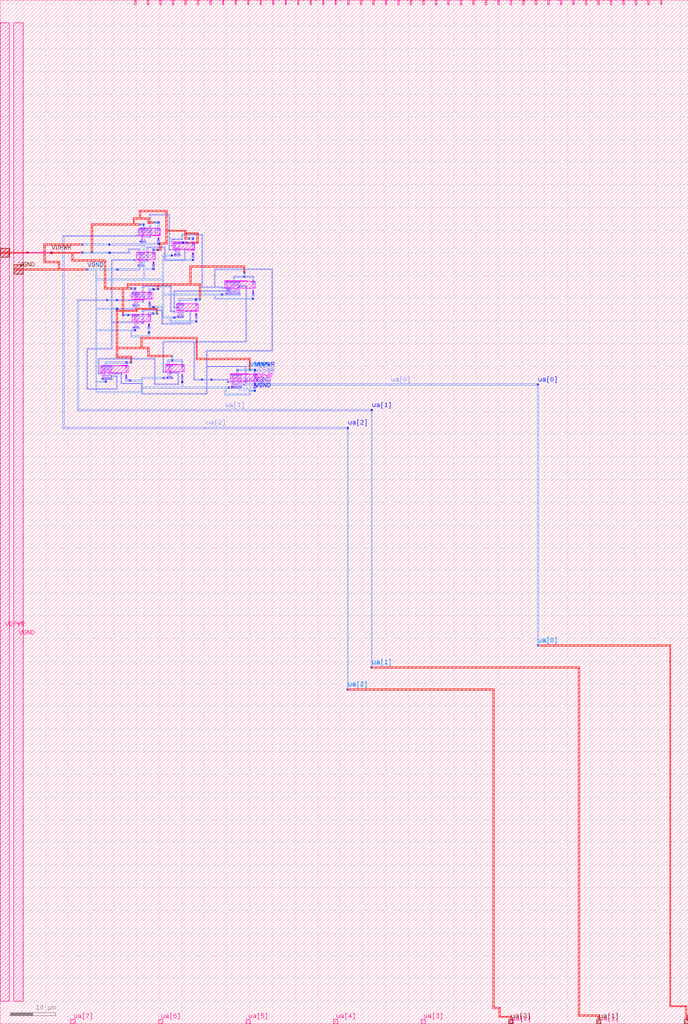
<source format=lef>
VERSION 5.7 ;
  NOWIREEXTENSIONATPIN ON ;
  DIVIDERCHAR "/" ;
  BUSBITCHARS "[]" ;
MACRO /home/sici/sky130_skel/tt_um_test_13
  CLASS BLOCK ;
  FOREIGN /home/sici/sky130_skel/tt_um_test_13 ;
  ORIGIN 0.000 0.000 ;
  SIZE 151.740 BY 225.760 ;
  PIN clk
    DIRECTION INPUT ;
    PORT
      LAYER met4 ;
        RECT 142.860 224.760 143.160 225.760 ;
    END
  END clk
  PIN ena
    DIRECTION INPUT ;
    PORT
      LAYER met4 ;
        RECT 145.620 224.760 145.920 225.760 ;
    END
  END ena
  PIN rst_n
    DIRECTION INPUT ;
    PORT
      LAYER met4 ;
        RECT 140.100 224.760 140.400 225.760 ;
    END
  END rst_n
  PIN ua[0]
    DIRECTION INOUT ;
    ANTENNADIFFAREA 0.445500 ;
    PORT
      LAYER li1 ;
        RECT 52.550 142.525 53.145 142.865 ;
        RECT 52.550 141.205 52.725 142.525 ;
        RECT 52.550 141.100 53.145 141.205 ;
        RECT 52.550 140.800 53.930 141.100 ;
        RECT 52.550 140.655 53.145 140.800 ;
      LAYER mcon ;
        RECT 53.660 140.830 53.900 141.070 ;
      LAYER met1 ;
        RECT 53.600 140.800 118.760 141.100 ;
      LAYER via ;
        RECT 118.430 140.800 118.730 141.100 ;
      LAYER met2 ;
        RECT 118.430 83.300 118.730 141.130 ;
        RECT 118.440 83.265 118.720 83.300 ;
      LAYER via2 ;
        RECT 118.440 83.310 118.720 83.590 ;
      LAYER met3 ;
        RECT 118.415 83.600 118.745 83.615 ;
        RECT 118.415 83.300 147.930 83.600 ;
        RECT 118.415 83.285 118.745 83.300 ;
        RECT 147.630 4.000 147.930 83.300 ;
        RECT 147.630 3.700 151.430 4.000 ;
        RECT 151.130 0.980 151.430 3.700 ;
        RECT 150.830 0.020 151.730 0.980 ;
      LAYER via3 ;
        RECT 150.830 0.050 151.730 0.950 ;
      LAYER met4 ;
        RECT 150.840 0.955 151.740 1.000 ;
        RECT 150.825 0.045 151.740 0.955 ;
        RECT 150.840 0.000 151.740 0.045 ;
    END
  END ua[0]
  PIN ua[1]
    DIRECTION INOUT ;
    ANTENNAGATEAREA 0.247500 ;
    PORT
      LAYER li1 ;
        RECT 29.550 159.700 29.880 159.715 ;
        RECT 28.380 159.500 29.880 159.700 ;
        RECT 29.550 159.475 29.880 159.500 ;
      LAYER mcon ;
        RECT 28.395 159.515 28.565 159.685 ;
      LAYER met1 ;
        RECT 23.500 159.700 23.760 159.760 ;
        RECT 16.980 159.500 23.760 159.700 ;
        RECT 16.980 135.500 17.280 159.500 ;
        RECT 23.500 159.440 23.760 159.500 ;
        RECT 25.600 159.700 25.860 159.760 ;
        RECT 28.335 159.700 28.625 159.715 ;
        RECT 25.600 159.500 28.625 159.700 ;
        RECT 25.600 159.440 25.860 159.500 ;
        RECT 28.335 159.485 28.625 159.500 ;
        RECT 16.980 135.200 82.110 135.500 ;
      LAYER via ;
        RECT 23.500 159.470 23.760 159.730 ;
        RECT 25.600 159.470 25.860 159.730 ;
        RECT 81.780 135.200 82.080 135.500 ;
      LAYER met2 ;
        RECT 23.470 159.700 23.790 159.730 ;
        RECT 25.570 159.700 25.890 159.730 ;
        RECT 23.470 159.500 25.890 159.700 ;
        RECT 23.470 159.470 23.790 159.500 ;
        RECT 25.570 159.470 25.890 159.500 ;
        RECT 81.780 78.450 82.080 135.530 ;
        RECT 81.790 78.415 82.070 78.450 ;
      LAYER via2 ;
        RECT 81.790 78.460 82.070 78.740 ;
      LAYER met3 ;
        RECT 81.765 78.750 82.095 78.765 ;
        RECT 81.765 78.450 127.780 78.750 ;
        RECT 81.765 78.435 82.095 78.450 ;
        RECT 127.480 1.950 127.780 78.450 ;
        RECT 127.480 1.650 132.130 1.950 ;
        RECT 131.830 0.980 132.130 1.650 ;
        RECT 131.530 0.020 132.430 0.980 ;
      LAYER via3 ;
        RECT 131.530 0.050 132.430 0.950 ;
      LAYER met4 ;
        RECT 131.520 0.955 132.420 1.000 ;
        RECT 131.520 0.045 132.435 0.955 ;
        RECT 131.520 0.000 132.420 0.045 ;
    END
  END ua[1]
  PIN ua[2]
    DIRECTION INOUT ;
    ANTENNAGATEAREA 0.247500 ;
    PORT
      LAYER li1 ;
        RECT 31.050 173.850 31.380 173.865 ;
        RECT 30.030 173.650 31.380 173.850 ;
        RECT 31.050 173.625 31.380 173.650 ;
      LAYER mcon ;
        RECT 30.045 173.665 30.215 173.835 ;
      LAYER met1 ;
        RECT 29.985 173.850 30.275 173.865 ;
        RECT 13.780 173.650 30.275 173.850 ;
        RECT 13.780 131.550 14.080 173.650 ;
        RECT 29.985 173.635 30.275 173.650 ;
        RECT 13.780 131.250 76.810 131.550 ;
      LAYER via ;
        RECT 76.480 131.250 76.780 131.550 ;
      LAYER met2 ;
        RECT 76.480 73.600 76.780 131.580 ;
        RECT 76.490 73.565 76.770 73.600 ;
      LAYER via2 ;
        RECT 76.490 73.610 76.770 73.890 ;
      LAYER met3 ;
        RECT 76.465 73.900 76.795 73.915 ;
        RECT 76.465 73.600 108.930 73.900 ;
        RECT 76.465 73.585 76.795 73.600 ;
        RECT 108.630 3.600 108.930 73.600 ;
        RECT 108.630 3.300 110.280 3.600 ;
        RECT 109.980 1.700 110.280 3.300 ;
        RECT 109.980 1.400 112.780 1.700 ;
        RECT 112.480 1.030 112.780 1.400 ;
        RECT 112.180 0.070 113.080 1.030 ;
      LAYER via3 ;
        RECT 112.180 0.100 113.080 1.000 ;
      LAYER met4 ;
        RECT 112.175 1.000 113.085 1.005 ;
        RECT 112.175 0.095 113.100 1.000 ;
        RECT 112.200 0.000 113.100 0.095 ;
    END
  END ua[2]
  PIN ua[3]
    DIRECTION INOUT ;
    PORT
      LAYER met4 ;
        RECT 92.880 0.000 93.780 1.000 ;
    END
  END ua[3]
  PIN ua[4]
    DIRECTION INOUT ;
    PORT
      LAYER met4 ;
        RECT 73.560 0.000 74.460 1.000 ;
    END
  END ua[4]
  PIN ua[5]
    DIRECTION INOUT ;
    PORT
      LAYER met4 ;
        RECT 54.240 0.000 55.140 1.000 ;
    END
  END ua[5]
  PIN ua[6]
    DIRECTION INOUT ;
    PORT
      LAYER met4 ;
        RECT 34.920 0.000 35.820 1.000 ;
    END
  END ua[6]
  PIN ua[7]
    DIRECTION INOUT ;
    PORT
      LAYER met4 ;
        RECT 15.600 0.000 16.500 1.000 ;
    END
  END ua[7]
  PIN ui_in[0]
    DIRECTION INPUT ;
    PORT
      LAYER met4 ;
        RECT 137.340 224.760 137.640 225.760 ;
    END
  END ui_in[0]
  PIN ui_in[1]
    DIRECTION INPUT ;
    PORT
      LAYER met4 ;
        RECT 134.580 224.760 134.880 225.760 ;
    END
  END ui_in[1]
  PIN ui_in[2]
    DIRECTION INPUT ;
    PORT
      LAYER met4 ;
        RECT 131.820 224.760 132.120 225.760 ;
    END
  END ui_in[2]
  PIN ui_in[3]
    DIRECTION INPUT ;
    PORT
      LAYER met4 ;
        RECT 129.060 224.760 129.360 225.760 ;
    END
  END ui_in[3]
  PIN ui_in[4]
    DIRECTION INPUT ;
    PORT
      LAYER met4 ;
        RECT 126.300 224.760 126.600 225.760 ;
    END
  END ui_in[4]
  PIN ui_in[5]
    DIRECTION INPUT ;
    PORT
      LAYER met4 ;
        RECT 123.540 224.760 123.840 225.760 ;
    END
  END ui_in[5]
  PIN ui_in[6]
    DIRECTION INPUT ;
    PORT
      LAYER met4 ;
        RECT 120.780 224.760 121.080 225.760 ;
    END
  END ui_in[6]
  PIN ui_in[7]
    DIRECTION INPUT ;
    PORT
      LAYER met4 ;
        RECT 118.020 224.760 118.320 225.760 ;
    END
  END ui_in[7]
  PIN uio_in[0]
    DIRECTION INPUT ;
    PORT
      LAYER met4 ;
        RECT 115.260 224.760 115.560 225.760 ;
    END
  END uio_in[0]
  PIN uio_in[1]
    DIRECTION INPUT ;
    PORT
      LAYER met4 ;
        RECT 112.500 224.760 112.800 225.760 ;
    END
  END uio_in[1]
  PIN uio_in[2]
    DIRECTION INPUT ;
    PORT
      LAYER met4 ;
        RECT 109.740 224.760 110.040 225.760 ;
    END
  END uio_in[2]
  PIN uio_in[3]
    DIRECTION INPUT ;
    PORT
      LAYER met4 ;
        RECT 106.980 224.760 107.280 225.760 ;
    END
  END uio_in[3]
  PIN uio_in[4]
    DIRECTION INPUT ;
    PORT
      LAYER met4 ;
        RECT 104.220 224.760 104.520 225.760 ;
    END
  END uio_in[4]
  PIN uio_in[5]
    DIRECTION INPUT ;
    PORT
      LAYER met4 ;
        RECT 101.460 224.760 101.760 225.760 ;
    END
  END uio_in[5]
  PIN uio_in[6]
    DIRECTION INPUT ;
    PORT
      LAYER met4 ;
        RECT 98.700 224.760 99.000 225.760 ;
    END
  END uio_in[6]
  PIN uio_in[7]
    DIRECTION INPUT ;
    PORT
      LAYER met4 ;
        RECT 95.940 224.760 96.240 225.760 ;
    END
  END uio_in[7]
  PIN uio_oe[0]
    DIRECTION OUTPUT TRISTATE ;
    PORT
      LAYER met4 ;
        RECT 49.020 224.760 49.320 225.760 ;
    END
  END uio_oe[0]
  PIN uio_oe[1]
    DIRECTION OUTPUT TRISTATE ;
    PORT
      LAYER met4 ;
        RECT 46.260 224.760 46.560 225.760 ;
    END
  END uio_oe[1]
  PIN uio_oe[2]
    DIRECTION OUTPUT TRISTATE ;
    PORT
      LAYER met4 ;
        RECT 43.500 224.760 43.800 225.760 ;
    END
  END uio_oe[2]
  PIN uio_oe[3]
    DIRECTION OUTPUT TRISTATE ;
    PORT
      LAYER met4 ;
        RECT 40.740 224.760 41.040 225.760 ;
    END
  END uio_oe[3]
  PIN uio_oe[4]
    DIRECTION OUTPUT TRISTATE ;
    PORT
      LAYER met4 ;
        RECT 37.980 224.760 38.280 225.760 ;
    END
  END uio_oe[4]
  PIN uio_oe[5]
    DIRECTION OUTPUT TRISTATE ;
    PORT
      LAYER met4 ;
        RECT 35.220 224.760 35.520 225.760 ;
    END
  END uio_oe[5]
  PIN uio_oe[6]
    DIRECTION OUTPUT TRISTATE ;
    PORT
      LAYER met4 ;
        RECT 32.460 224.760 32.760 225.760 ;
    END
  END uio_oe[6]
  PIN uio_oe[7]
    DIRECTION OUTPUT TRISTATE ;
    PORT
      LAYER met4 ;
        RECT 29.700 224.760 30.000 225.760 ;
    END
  END uio_oe[7]
  PIN uio_out[0]
    DIRECTION OUTPUT TRISTATE ;
    PORT
      LAYER met4 ;
        RECT 71.100 224.760 71.400 225.760 ;
    END
  END uio_out[0]
  PIN uio_out[1]
    DIRECTION OUTPUT TRISTATE ;
    PORT
      LAYER met4 ;
        RECT 68.340 224.760 68.640 225.760 ;
    END
  END uio_out[1]
  PIN uio_out[2]
    DIRECTION OUTPUT TRISTATE ;
    PORT
      LAYER met4 ;
        RECT 65.580 224.760 65.880 225.760 ;
    END
  END uio_out[2]
  PIN uio_out[3]
    DIRECTION OUTPUT TRISTATE ;
    PORT
      LAYER met4 ;
        RECT 62.820 224.760 63.120 225.760 ;
    END
  END uio_out[3]
  PIN uio_out[4]
    DIRECTION OUTPUT TRISTATE ;
    PORT
      LAYER met4 ;
        RECT 60.060 224.760 60.360 225.760 ;
    END
  END uio_out[4]
  PIN uio_out[5]
    DIRECTION OUTPUT TRISTATE ;
    PORT
      LAYER met4 ;
        RECT 57.300 224.760 57.600 225.760 ;
    END
  END uio_out[5]
  PIN uio_out[6]
    DIRECTION OUTPUT TRISTATE ;
    PORT
      LAYER met4 ;
        RECT 54.540 224.760 54.840 225.760 ;
    END
  END uio_out[6]
  PIN uio_out[7]
    DIRECTION OUTPUT TRISTATE ;
    PORT
      LAYER met4 ;
        RECT 51.780 224.760 52.080 225.760 ;
    END
  END uio_out[7]
  PIN uo_out[0]
    DIRECTION OUTPUT TRISTATE ;
    PORT
      LAYER met4 ;
        RECT 93.180 224.760 93.480 225.760 ;
    END
  END uo_out[0]
  PIN uo_out[1]
    DIRECTION OUTPUT TRISTATE ;
    PORT
      LAYER met4 ;
        RECT 90.420 224.760 90.720 225.760 ;
    END
  END uo_out[1]
  PIN uo_out[2]
    DIRECTION OUTPUT TRISTATE ;
    PORT
      LAYER met4 ;
        RECT 87.660 224.760 87.960 225.760 ;
    END
  END uo_out[2]
  PIN uo_out[3]
    DIRECTION OUTPUT TRISTATE ;
    PORT
      LAYER met4 ;
        RECT 84.900 224.760 85.200 225.760 ;
    END
  END uo_out[3]
  PIN uo_out[4]
    DIRECTION OUTPUT TRISTATE ;
    PORT
      LAYER met4 ;
        RECT 82.140 224.760 82.440 225.760 ;
    END
  END uo_out[4]
  PIN uo_out[5]
    DIRECTION OUTPUT TRISTATE ;
    PORT
      LAYER met4 ;
        RECT 79.380 224.760 79.680 225.760 ;
    END
  END uo_out[5]
  PIN uo_out[6]
    DIRECTION OUTPUT TRISTATE ;
    PORT
      LAYER met4 ;
        RECT 76.620 224.760 76.920 225.760 ;
    END
  END uo_out[6]
  PIN uo_out[7]
    DIRECTION OUTPUT TRISTATE ;
    PORT
      LAYER met4 ;
        RECT 73.860 224.760 74.160 225.760 ;
    END
  END uo_out[7]
  PIN VDPWR
    DIRECTION INOUT ;
    USE POWER ;
    PORT
      LAYER nwell ;
        RECT 30.540 175.450 33.580 175.460 ;
        RECT 30.540 173.855 35.320 175.450 ;
        RECT 33.560 173.845 35.320 173.855 ;
        RECT 38.140 172.160 41.180 172.460 ;
        RECT 38.140 170.855 42.930 172.160 ;
        RECT 41.160 170.555 42.930 170.855 ;
        RECT 30.090 170.150 32.680 170.160 ;
        RECT 30.090 168.555 34.220 170.150 ;
        RECT 32.660 168.545 34.220 168.555 ;
        RECT 49.530 163.800 54.430 163.850 ;
        RECT 49.530 162.245 56.220 163.800 ;
        RECT 54.360 162.195 56.220 162.245 ;
        RECT 31.660 161.310 33.370 161.350 ;
        RECT 29.040 159.745 33.370 161.310 ;
        RECT 29.040 159.705 31.780 159.745 ;
        RECT 38.890 158.800 41.930 158.810 ;
        RECT 38.890 157.205 43.620 158.800 ;
        RECT 41.910 157.195 43.620 157.205 ;
        RECT 29.080 154.845 33.220 156.450 ;
        RECT 36.480 145.350 39.080 145.400 ;
        RECT 26.560 145.160 28.220 145.200 ;
        RECT 22.190 143.595 28.220 145.160 ;
        RECT 36.480 143.795 40.570 145.350 ;
        RECT 38.910 143.745 40.570 143.795 ;
        RECT 22.190 143.555 26.580 143.595 ;
        RECT 50.740 143.300 54.830 143.310 ;
        RECT 50.740 141.705 56.570 143.300 ;
        RECT 54.810 141.695 56.570 141.705 ;
      LAYER li1 ;
        RECT 30.730 175.185 32.110 175.355 ;
        RECT 31.070 174.045 31.280 175.185 ;
        RECT 34.670 175.175 35.130 175.345 ;
        RECT 34.755 174.010 35.045 175.175 ;
        RECT 38.330 172.185 39.710 172.355 ;
        RECT 39.285 171.045 39.615 172.185 ;
        RECT 42.280 171.885 42.740 172.055 ;
        RECT 42.365 170.720 42.655 171.885 ;
        RECT 30.280 169.885 31.660 170.055 ;
        RECT 30.620 168.745 30.830 169.885 ;
        RECT 33.570 169.875 34.030 170.045 ;
        RECT 33.655 168.710 33.945 169.875 ;
        RECT 49.720 163.575 52.940 163.745 ;
        RECT 50.775 162.725 50.945 163.575 ;
        RECT 51.615 163.065 51.785 163.575 ;
        RECT 55.570 163.525 56.030 163.695 ;
        RECT 55.655 162.360 55.945 163.525 ;
        RECT 29.230 161.035 30.610 161.205 ;
        RECT 32.720 161.075 33.180 161.245 ;
        RECT 29.570 159.895 29.780 161.035 ;
        RECT 32.805 159.910 33.095 161.075 ;
        RECT 39.080 158.535 40.460 158.705 ;
        RECT 40.035 157.395 40.365 158.535 ;
        RECT 42.970 158.525 43.430 158.695 ;
        RECT 43.055 157.360 43.345 158.525 ;
        RECT 29.270 156.175 30.650 156.345 ;
        RECT 32.570 156.175 33.030 156.345 ;
        RECT 29.610 155.035 29.820 156.175 ;
        RECT 32.655 155.010 32.945 156.175 ;
        RECT 36.670 145.125 38.050 145.295 ;
        RECT 22.380 144.885 24.680 145.055 ;
        RECT 27.570 144.925 28.030 145.095 ;
        RECT 22.895 144.485 23.830 144.885 ;
        RECT 27.655 143.760 27.945 144.925 ;
        RECT 37.010 143.985 37.220 145.125 ;
        RECT 39.920 145.075 40.380 145.245 ;
        RECT 40.005 143.910 40.295 145.075 ;
        RECT 50.930 143.035 53.230 143.205 ;
        RECT 51.445 142.635 52.380 143.035 ;
        RECT 55.920 143.025 56.380 143.195 ;
        RECT 56.005 141.860 56.295 143.025 ;
      LAYER mcon ;
        RECT 30.875 175.185 31.045 175.355 ;
        RECT 31.335 175.185 31.505 175.355 ;
        RECT 31.795 175.185 31.965 175.355 ;
        RECT 34.815 175.175 34.985 175.345 ;
        RECT 38.475 172.185 38.645 172.355 ;
        RECT 38.935 172.185 39.105 172.355 ;
        RECT 39.395 172.185 39.565 172.355 ;
        RECT 42.425 171.885 42.595 172.055 ;
        RECT 30.425 169.885 30.595 170.055 ;
        RECT 30.885 169.885 31.055 170.055 ;
        RECT 31.345 169.885 31.515 170.055 ;
        RECT 33.715 169.875 33.885 170.045 ;
        RECT 49.865 163.575 50.035 163.745 ;
        RECT 50.325 163.575 50.495 163.745 ;
        RECT 50.785 163.575 50.955 163.745 ;
        RECT 51.245 163.575 51.415 163.745 ;
        RECT 51.705 163.575 51.875 163.745 ;
        RECT 52.165 163.575 52.335 163.745 ;
        RECT 52.625 163.575 52.795 163.745 ;
        RECT 55.715 163.525 55.885 163.695 ;
        RECT 29.375 161.035 29.545 161.205 ;
        RECT 29.835 161.035 30.005 161.205 ;
        RECT 30.295 161.035 30.465 161.205 ;
        RECT 32.865 161.075 33.035 161.245 ;
        RECT 39.225 158.535 39.395 158.705 ;
        RECT 39.685 158.535 39.855 158.705 ;
        RECT 40.145 158.535 40.315 158.705 ;
        RECT 43.115 158.525 43.285 158.695 ;
        RECT 29.415 156.175 29.585 156.345 ;
        RECT 29.875 156.175 30.045 156.345 ;
        RECT 30.335 156.175 30.505 156.345 ;
        RECT 32.715 156.175 32.885 156.345 ;
        RECT 36.815 145.125 36.985 145.295 ;
        RECT 37.275 145.125 37.445 145.295 ;
        RECT 37.735 145.125 37.905 145.295 ;
        RECT 22.525 144.885 22.695 145.055 ;
        RECT 22.985 144.885 23.155 145.055 ;
        RECT 23.445 144.885 23.615 145.055 ;
        RECT 23.905 144.885 24.075 145.055 ;
        RECT 24.365 144.885 24.535 145.055 ;
        RECT 27.715 144.925 27.885 145.095 ;
        RECT 40.065 145.075 40.235 145.245 ;
        RECT 51.075 143.035 51.245 143.205 ;
        RECT 51.535 143.035 51.705 143.205 ;
        RECT 51.995 143.035 52.165 143.205 ;
        RECT 52.455 143.035 52.625 143.205 ;
        RECT 52.915 143.035 53.085 143.205 ;
        RECT 56.065 143.025 56.235 143.195 ;
      LAYER met1 ;
        RECT 31.490 176.395 31.780 176.430 ;
        RECT 31.490 176.070 31.795 176.395 ;
        RECT 31.505 175.510 31.795 176.070 ;
        RECT 30.730 175.030 32.110 175.510 ;
        RECT 34.730 175.500 35.030 176.880 ;
        RECT 34.670 175.020 35.130 175.500 ;
        RECT 42.380 173.300 42.680 173.330 ;
        RECT 42.375 172.970 42.680 173.300 ;
        RECT 38.330 172.400 39.710 172.510 ;
        RECT 40.130 172.400 40.430 172.430 ;
        RECT 38.330 172.100 40.430 172.400 ;
        RECT 42.375 172.210 42.675 172.970 ;
        RECT 38.330 172.030 39.710 172.100 ;
        RECT 40.130 172.070 40.430 172.100 ;
        RECT 42.280 171.730 42.740 172.210 ;
        RECT 28.235 170.655 30.885 170.945 ;
        RECT 23.940 170.195 24.230 170.230 ;
        RECT 28.235 170.195 28.525 170.655 ;
        RECT 30.595 170.210 30.885 170.655 ;
        RECT 23.935 169.905 28.525 170.195 ;
        RECT 23.940 169.870 24.230 169.905 ;
        RECT 30.280 169.730 31.660 170.210 ;
        RECT 33.630 170.200 33.925 170.880 ;
        RECT 33.570 169.720 34.030 170.200 ;
        RECT 54.780 164.895 55.930 164.900 ;
        RECT 51.415 164.605 55.930 164.895 ;
        RECT 51.415 163.900 51.705 164.605 ;
        RECT 53.650 164.600 54.010 164.605 ;
        RECT 54.780 164.595 55.930 164.605 ;
        RECT 49.720 163.420 52.940 163.900 ;
        RECT 55.625 163.850 55.930 164.595 ;
        RECT 55.570 163.370 56.030 163.850 ;
        RECT 29.540 162.345 29.830 162.380 ;
        RECT 29.540 162.020 29.835 162.345 ;
        RECT 33.630 162.145 33.925 162.180 ;
        RECT 29.545 161.360 29.835 162.020 ;
        RECT 32.780 161.850 33.925 162.145 ;
        RECT 32.780 161.400 33.075 161.850 ;
        RECT 33.630 161.820 33.925 161.850 ;
        RECT 29.230 160.880 30.610 161.360 ;
        RECT 32.720 160.920 33.180 161.400 ;
        RECT 43.030 159.900 43.330 159.930 ;
        RECT 39.530 159.895 43.330 159.900 ;
        RECT 39.395 159.600 43.330 159.895 ;
        RECT 39.395 158.860 39.685 159.600 ;
        RECT 39.080 158.380 40.460 158.860 ;
        RECT 43.030 158.850 43.330 159.600 ;
        RECT 42.970 158.370 43.430 158.850 ;
        RECT 33.530 156.800 33.830 156.830 ;
        RECT 28.090 156.500 28.380 156.530 ;
        RECT 32.680 156.500 33.830 156.800 ;
        RECT 28.085 156.210 30.650 156.500 ;
        RECT 28.090 156.170 28.380 156.210 ;
        RECT 29.270 156.020 30.650 156.210 ;
        RECT 32.570 156.020 33.030 156.500 ;
        RECT 33.530 156.470 33.830 156.500 ;
        RECT 37.750 146.400 38.115 146.405 ;
        RECT 37.030 146.395 40.280 146.400 ;
        RECT 36.985 146.095 40.280 146.395 ;
        RECT 27.680 146.000 27.985 146.035 ;
        RECT 27.675 145.995 27.985 146.000 ;
        RECT 23.155 145.705 27.985 145.995 ;
        RECT 23.155 145.210 23.445 145.705 ;
        RECT 27.675 145.670 27.985 145.705 ;
        RECT 27.675 145.250 27.980 145.670 ;
        RECT 36.985 145.450 37.275 146.095 ;
        RECT 22.380 144.730 24.680 145.210 ;
        RECT 27.570 144.770 28.030 145.250 ;
        RECT 36.670 144.970 38.050 145.450 ;
        RECT 39.975 145.400 40.280 146.095 ;
        RECT 39.920 144.920 40.380 145.400 ;
        RECT 52.180 144.345 52.470 144.380 ;
        RECT 52.165 144.020 52.470 144.345 ;
        RECT 52.165 143.360 52.455 144.020 ;
        RECT 50.930 142.880 53.230 143.360 ;
        RECT 55.980 143.350 56.280 144.380 ;
        RECT 55.920 142.870 56.380 143.350 ;
      LAYER via ;
        RECT 34.730 176.550 35.030 176.850 ;
        RECT 31.490 176.100 31.780 176.400 ;
        RECT 42.380 173.000 42.680 173.300 ;
        RECT 40.130 172.100 40.430 172.400 ;
        RECT 23.940 169.900 24.230 170.200 ;
        RECT 33.630 170.550 33.925 170.850 ;
        RECT 53.680 164.600 53.980 164.890 ;
        RECT 29.540 162.050 29.830 162.350 ;
        RECT 33.630 161.850 33.925 162.150 ;
        RECT 43.030 159.600 43.330 159.900 ;
        RECT 33.530 156.500 33.830 156.800 ;
        RECT 28.090 156.200 28.380 156.500 ;
        RECT 37.780 146.100 38.085 146.405 ;
        RECT 27.680 145.700 27.985 146.005 ;
        RECT 52.180 144.050 52.470 144.350 ;
        RECT 55.980 144.050 56.280 144.350 ;
      LAYER met2 ;
        RECT 34.090 176.850 34.370 176.885 ;
        RECT 34.080 176.550 35.060 176.850 ;
        RECT 34.090 176.515 34.370 176.550 ;
        RECT 30.790 176.400 31.070 176.435 ;
        RECT 30.780 176.100 31.810 176.400 ;
        RECT 30.790 176.065 31.070 176.100 ;
        RECT 41.540 173.300 41.820 173.335 ;
        RECT 41.530 173.000 42.710 173.300 ;
        RECT 41.540 172.965 41.820 173.000 ;
        RECT 41.040 172.400 41.320 172.435 ;
        RECT 40.100 172.100 41.320 172.400 ;
        RECT 41.040 172.065 41.320 172.100 ;
        RECT 34.590 170.850 34.870 170.885 ;
        RECT 33.600 170.550 34.880 170.850 ;
        RECT 34.590 170.515 34.870 170.550 ;
        RECT 17.990 170.200 18.270 170.235 ;
        RECT 17.980 169.900 24.260 170.200 ;
        RECT 17.990 169.865 18.270 169.900 ;
        RECT 53.680 165.790 53.980 165.800 ;
        RECT 53.645 165.510 54.015 165.790 ;
        RECT 53.680 164.570 53.980 165.510 ;
        RECT 28.790 162.350 29.070 162.385 ;
        RECT 28.780 162.050 29.860 162.350 ;
        RECT 33.600 162.140 34.980 162.150 ;
        RECT 28.790 162.015 29.070 162.050 ;
        RECT 33.600 161.860 35.015 162.140 ;
        RECT 33.600 161.850 34.980 161.860 ;
        RECT 43.000 159.890 44.230 159.900 ;
        RECT 43.000 159.610 44.265 159.890 ;
        RECT 43.000 159.600 44.230 159.610 ;
        RECT 33.500 156.790 34.680 156.800 ;
        RECT 33.500 156.510 34.715 156.790 ;
        RECT 33.500 156.500 34.680 156.510 ;
        RECT 26.930 156.490 28.410 156.500 ;
        RECT 26.895 156.210 28.410 156.490 ;
        RECT 26.930 156.200 28.410 156.210 ;
        RECT 37.790 147.400 38.070 147.435 ;
        RECT 37.780 146.435 38.080 147.400 ;
        RECT 37.780 146.070 38.085 146.435 ;
        RECT 27.650 146.000 28.015 146.005 ;
        RECT 27.650 145.990 29.030 146.000 ;
        RECT 27.650 145.710 29.065 145.990 ;
        RECT 27.650 145.700 29.030 145.710 ;
        RECT 52.150 144.050 56.310 144.350 ;
      LAYER via2 ;
        RECT 34.090 176.560 34.370 176.840 ;
        RECT 30.790 176.110 31.070 176.390 ;
        RECT 41.540 173.010 41.820 173.290 ;
        RECT 41.040 172.110 41.320 172.390 ;
        RECT 34.590 170.560 34.870 170.840 ;
        RECT 17.990 169.910 18.270 170.190 ;
        RECT 20.090 169.910 20.370 170.190 ;
        RECT 53.690 165.510 53.970 165.790 ;
        RECT 28.790 162.060 29.070 162.340 ;
        RECT 34.690 161.860 34.970 162.140 ;
        RECT 43.940 159.610 44.220 159.890 ;
        RECT 34.390 156.510 34.670 156.790 ;
        RECT 26.940 156.210 27.220 156.490 ;
        RECT 37.790 147.110 38.070 147.390 ;
        RECT 28.740 145.710 29.020 145.990 ;
        RECT 54.890 144.060 55.170 144.340 ;
      LAYER met3 ;
        RECT 30.680 179.100 36.780 179.400 ;
        RECT 30.680 177.750 30.980 179.100 ;
        RECT 29.280 177.450 32.880 177.750 ;
        RECT 29.280 176.400 29.580 177.450 ;
        RECT 32.580 176.850 32.880 177.450 ;
        RECT 34.065 176.850 34.395 176.865 ;
        RECT 32.580 176.550 34.395 176.850 ;
        RECT 34.065 176.535 34.395 176.550 ;
        RECT 30.765 176.400 31.095 176.415 ;
        RECT 20.080 176.100 31.095 176.400 ;
        RECT 0.000 170.200 2.060 171.050 ;
        RECT 5.840 170.200 6.220 170.210 ;
        RECT 0.000 169.900 6.220 170.200 ;
        RECT 0.000 169.050 2.060 169.900 ;
        RECT 5.840 169.890 6.220 169.900 ;
        RECT 11.120 170.200 11.440 170.240 ;
        RECT 20.080 170.215 20.380 176.100 ;
        RECT 30.765 176.085 31.095 176.100 ;
        RECT 36.480 175.050 36.780 179.100 ;
        RECT 36.480 174.750 40.980 175.050 ;
        RECT 36.480 172.200 36.780 174.750 ;
        RECT 40.680 174.500 40.980 174.750 ;
        RECT 40.680 174.200 43.630 174.500 ;
        RECT 40.680 173.300 40.980 174.200 ;
        RECT 41.515 173.300 41.845 173.315 ;
        RECT 40.680 173.000 41.845 173.300 ;
        RECT 41.515 172.985 41.845 173.000 ;
        RECT 35.230 171.900 36.780 172.200 ;
        RECT 41.015 172.400 41.345 172.415 ;
        RECT 43.330 172.400 43.630 174.200 ;
        RECT 41.015 172.100 43.630 172.400 ;
        RECT 41.015 172.085 41.345 172.100 ;
        RECT 34.565 170.850 34.895 170.865 ;
        RECT 35.230 170.850 35.530 171.900 ;
        RECT 34.565 170.550 35.530 170.850 ;
        RECT 34.565 170.535 34.895 170.550 ;
        RECT 17.965 170.200 18.295 170.215 ;
        RECT 11.120 169.900 18.295 170.200 ;
        RECT 11.120 169.860 11.440 169.900 ;
        RECT 15.780 168.500 16.080 169.900 ;
        RECT 17.965 169.885 18.295 169.900 ;
        RECT 20.065 169.885 20.395 170.215 ;
        RECT 15.780 168.200 23.230 168.500 ;
        RECT 22.930 162.350 23.230 168.200 ;
        RECT 41.780 166.850 53.980 167.150 ;
        RECT 41.780 163.200 42.080 166.850 ;
        RECT 53.680 165.815 53.980 166.850 ;
        RECT 53.665 165.485 53.995 165.815 ;
        RECT 27.980 162.900 44.230 163.200 ;
        RECT 27.980 162.350 28.280 162.900 ;
        RECT 28.765 162.350 29.095 162.365 ;
        RECT 22.930 162.050 29.095 162.350 ;
        RECT 34.680 162.165 34.980 162.900 ;
        RECT 26.930 157.400 27.230 162.050 ;
        RECT 28.765 162.035 29.095 162.050 ;
        RECT 34.665 161.835 34.995 162.165 ;
        RECT 43.930 159.915 44.230 162.900 ;
        RECT 43.915 159.585 44.245 159.915 ;
        RECT 29.930 157.550 34.680 157.850 ;
        RECT 29.930 157.400 30.230 157.550 ;
        RECT 25.580 157.100 30.230 157.400 ;
        RECT 25.580 149.150 25.880 157.100 ;
        RECT 26.930 156.515 27.230 157.100 ;
        RECT 34.380 156.815 34.680 157.550 ;
        RECT 26.915 156.185 27.245 156.515 ;
        RECT 34.365 156.485 34.695 156.815 ;
        RECT 30.980 151.100 43.480 151.400 ;
        RECT 30.980 149.150 31.280 151.100 ;
        RECT 25.580 148.850 32.830 149.150 ;
        RECT 25.580 147.200 25.880 148.850 ;
        RECT 32.530 147.400 32.830 148.850 ;
        RECT 37.765 147.400 38.095 147.415 ;
        RECT 25.580 146.900 29.030 147.200 ;
        RECT 32.530 147.100 38.095 147.400 ;
        RECT 37.765 147.085 38.095 147.100 ;
        RECT 28.730 146.015 29.030 146.900 ;
        RECT 43.180 146.750 43.480 151.100 ;
        RECT 43.180 146.450 55.180 146.750 ;
        RECT 28.715 145.685 29.045 146.015 ;
        RECT 54.880 144.365 55.180 146.450 ;
        RECT 54.865 144.035 55.195 144.365 ;
      LAYER via3 ;
        RECT 0.030 169.050 2.030 171.050 ;
        RECT 5.870 169.890 6.190 170.210 ;
        RECT 11.120 169.890 11.440 170.210 ;
      LAYER met4 ;
        RECT 0.030 171.055 2.030 220.760 ;
        RECT 0.025 169.045 2.035 171.055 ;
        RECT 5.865 170.200 6.195 170.215 ;
        RECT 11.115 170.200 11.445 170.215 ;
        RECT 5.865 169.900 11.445 170.200 ;
        RECT 5.865 169.885 6.195 169.900 ;
        RECT 11.115 169.885 11.445 169.900 ;
        RECT 0.030 5.000 2.030 169.045 ;
    END
  END VDPWR
  PIN VGND
    DIRECTION INOUT ;
    USE GROUND ;
    PORT
      LAYER pwell ;
        RECT 34.815 172.860 34.985 173.385 ;
        RECT 42.425 169.570 42.595 170.095 ;
        RECT 33.715 167.560 33.885 168.085 ;
        RECT 55.715 161.210 55.885 161.735 ;
        RECT 32.865 158.760 33.035 159.285 ;
        RECT 43.115 156.210 43.285 156.735 ;
        RECT 32.715 153.860 32.885 154.385 ;
        RECT 27.715 142.610 27.885 143.135 ;
        RECT 40.065 142.760 40.235 143.285 ;
        RECT 56.065 140.710 56.235 141.235 ;
      LAYER li1 ;
        RECT 31.050 172.635 31.280 173.455 ;
        RECT 30.730 172.465 32.110 172.635 ;
        RECT 34.755 172.625 35.045 173.350 ;
        RECT 34.670 172.455 35.130 172.625 ;
        RECT 38.435 169.635 38.675 170.445 ;
        RECT 39.345 169.635 39.615 170.445 ;
        RECT 38.330 169.465 39.710 169.635 ;
        RECT 42.365 169.335 42.655 170.060 ;
        RECT 42.280 169.165 42.740 169.335 ;
        RECT 30.600 167.335 30.830 168.155 ;
        RECT 30.280 167.165 31.660 167.335 ;
        RECT 33.655 167.325 33.945 168.050 ;
        RECT 33.570 167.155 34.030 167.325 ;
        RECT 49.855 161.025 50.185 161.415 ;
        RECT 50.695 161.025 51.025 161.415 ;
        RECT 52.565 161.025 52.855 161.860 ;
        RECT 49.720 160.855 52.940 161.025 ;
        RECT 55.655 160.975 55.945 161.700 ;
        RECT 55.570 160.805 56.030 160.975 ;
        RECT 29.550 158.485 29.780 159.305 ;
        RECT 32.805 158.525 33.095 159.250 ;
        RECT 29.230 158.315 30.610 158.485 ;
        RECT 32.720 158.355 33.180 158.525 ;
        RECT 39.185 155.985 39.425 156.795 ;
        RECT 40.095 155.985 40.365 156.795 ;
        RECT 39.080 155.815 40.460 155.985 ;
        RECT 43.055 155.975 43.345 156.700 ;
        RECT 42.970 155.805 43.430 155.975 ;
        RECT 29.590 153.625 29.820 154.445 ;
        RECT 32.655 153.625 32.945 154.350 ;
        RECT 29.270 153.455 30.650 153.625 ;
        RECT 32.570 153.455 33.030 153.625 ;
        RECT 22.895 142.335 23.830 142.735 ;
        RECT 27.655 142.375 27.945 143.100 ;
        RECT 36.990 142.575 37.220 143.395 ;
        RECT 36.670 142.405 38.050 142.575 ;
        RECT 40.005 142.525 40.295 143.250 ;
        RECT 22.380 142.165 24.680 142.335 ;
        RECT 27.570 142.205 28.030 142.375 ;
        RECT 39.920 142.355 40.380 142.525 ;
        RECT 51.445 140.485 52.380 140.885 ;
        RECT 50.930 140.315 53.230 140.485 ;
        RECT 56.005 140.475 56.295 141.200 ;
        RECT 55.920 140.305 56.380 140.475 ;
      LAYER mcon ;
        RECT 30.875 172.465 31.045 172.635 ;
        RECT 31.335 172.465 31.505 172.635 ;
        RECT 31.795 172.465 31.965 172.635 ;
        RECT 34.815 172.455 34.985 172.625 ;
        RECT 38.475 169.465 38.645 169.635 ;
        RECT 38.935 169.465 39.105 169.635 ;
        RECT 39.395 169.465 39.565 169.635 ;
        RECT 42.425 169.165 42.595 169.335 ;
        RECT 30.425 167.165 30.595 167.335 ;
        RECT 30.885 167.165 31.055 167.335 ;
        RECT 31.345 167.165 31.515 167.335 ;
        RECT 33.715 167.155 33.885 167.325 ;
        RECT 49.865 160.855 50.035 161.025 ;
        RECT 50.325 160.855 50.495 161.025 ;
        RECT 50.785 160.855 50.955 161.025 ;
        RECT 51.245 160.855 51.415 161.025 ;
        RECT 51.705 160.855 51.875 161.025 ;
        RECT 52.165 160.855 52.335 161.025 ;
        RECT 52.625 160.855 52.795 161.025 ;
        RECT 55.715 160.805 55.885 160.975 ;
        RECT 29.375 158.315 29.545 158.485 ;
        RECT 29.835 158.315 30.005 158.485 ;
        RECT 30.295 158.315 30.465 158.485 ;
        RECT 32.865 158.355 33.035 158.525 ;
        RECT 39.225 155.815 39.395 155.985 ;
        RECT 39.685 155.815 39.855 155.985 ;
        RECT 40.145 155.815 40.315 155.985 ;
        RECT 43.115 155.805 43.285 155.975 ;
        RECT 29.415 153.455 29.585 153.625 ;
        RECT 29.875 153.455 30.045 153.625 ;
        RECT 30.335 153.455 30.505 153.625 ;
        RECT 32.715 153.455 32.885 153.625 ;
        RECT 36.815 142.405 36.985 142.575 ;
        RECT 37.275 142.405 37.445 142.575 ;
        RECT 37.735 142.405 37.905 142.575 ;
        RECT 22.525 142.165 22.695 142.335 ;
        RECT 22.985 142.165 23.155 142.335 ;
        RECT 23.445 142.165 23.615 142.335 ;
        RECT 23.905 142.165 24.075 142.335 ;
        RECT 24.365 142.165 24.535 142.335 ;
        RECT 27.715 142.205 27.885 142.375 ;
        RECT 40.065 142.355 40.235 142.525 ;
        RECT 51.075 140.315 51.245 140.485 ;
        RECT 51.535 140.315 51.705 140.485 ;
        RECT 51.995 140.315 52.165 140.485 ;
        RECT 52.455 140.315 52.625 140.485 ;
        RECT 52.915 140.315 53.085 140.485 ;
        RECT 56.065 140.305 56.235 140.475 ;
      LAYER met1 ;
        RECT 30.730 172.310 32.110 172.790 ;
        RECT 23.890 172.045 24.180 172.080 ;
        RECT 31.045 172.045 31.335 172.310 ;
        RECT 34.670 172.300 35.130 172.780 ;
        RECT 23.885 171.755 31.335 172.045 ;
        RECT 34.780 171.770 35.080 172.300 ;
        RECT 23.890 171.720 24.180 171.755 ;
        RECT 37.690 169.600 37.980 169.630 ;
        RECT 38.330 169.600 39.710 169.790 ;
        RECT 37.685 169.310 39.710 169.600 ;
        RECT 37.690 169.270 37.980 169.310 ;
        RECT 42.280 169.010 42.740 169.490 ;
        RECT 42.330 168.270 42.630 169.010 ;
        RECT 30.280 167.010 31.660 167.490 ;
        RECT 25.690 166.495 25.980 166.530 ;
        RECT 30.595 166.495 30.885 167.010 ;
        RECT 33.570 167.000 34.030 167.480 ;
        RECT 25.685 166.205 30.885 166.495 ;
        RECT 33.625 166.680 33.925 167.000 ;
        RECT 33.625 166.350 33.930 166.680 ;
        RECT 33.630 166.320 33.930 166.350 ;
        RECT 25.690 166.170 25.980 166.205 ;
        RECT 48.790 160.990 49.080 161.030 ;
        RECT 49.720 160.990 52.940 161.180 ;
        RECT 48.785 160.700 52.940 160.990 ;
        RECT 48.790 160.670 49.080 160.700 ;
        RECT 55.570 160.650 56.030 161.130 ;
        RECT 55.630 159.720 55.930 160.650 ;
        RECT 29.230 158.160 30.610 158.640 ;
        RECT 32.720 158.250 33.180 158.680 ;
        RECT 33.630 158.250 33.930 158.280 ;
        RECT 32.720 158.200 33.930 158.250 ;
        RECT 25.590 157.845 25.880 157.880 ;
        RECT 29.545 157.845 29.835 158.160 ;
        RECT 32.775 157.950 33.930 158.200 ;
        RECT 33.630 157.920 33.930 157.950 ;
        RECT 25.585 157.555 29.835 157.845 ;
        RECT 25.590 157.520 25.880 157.555 ;
        RECT 38.290 155.950 38.580 155.980 ;
        RECT 39.080 155.950 40.460 156.140 ;
        RECT 38.285 155.660 40.460 155.950 ;
        RECT 38.290 155.620 38.580 155.660 ;
        RECT 42.970 155.650 43.430 156.130 ;
        RECT 43.075 155.085 43.380 155.650 ;
        RECT 43.075 154.750 43.385 155.085 ;
        RECT 43.080 154.720 43.385 154.750 ;
        RECT 29.270 153.300 30.650 153.780 ;
        RECT 32.570 153.300 33.030 153.780 ;
        RECT 29.585 153.130 29.875 153.300 ;
        RECT 29.585 152.805 29.880 153.130 ;
        RECT 29.590 152.770 29.880 152.805 ;
        RECT 32.630 152.600 32.930 153.300 ;
        RECT 32.600 152.300 32.960 152.600 ;
        RECT 35.890 142.540 36.180 142.580 ;
        RECT 36.670 142.540 38.050 142.730 ;
        RECT 22.380 142.010 24.680 142.490 ;
        RECT 27.570 142.050 28.030 142.530 ;
        RECT 35.885 142.250 38.050 142.540 ;
        RECT 35.890 142.220 36.180 142.250 ;
        RECT 39.920 142.200 40.380 142.680 ;
        RECT 28.480 142.050 28.780 142.080 ;
        RECT 23.155 141.780 23.445 142.010 ;
        RECT 23.140 141.455 23.445 141.780 ;
        RECT 27.630 141.750 28.780 142.050 ;
        RECT 39.980 141.950 40.280 142.200 ;
        RECT 28.480 141.720 28.780 141.750 ;
        RECT 39.985 141.700 40.280 141.950 ;
        RECT 23.140 141.420 23.430 141.455 ;
        RECT 39.950 141.405 40.310 141.700 ;
        RECT 50.240 140.450 50.530 140.480 ;
        RECT 50.930 140.450 53.230 140.640 ;
        RECT 50.235 140.160 53.230 140.450 ;
        RECT 50.240 140.120 50.530 140.160 ;
        RECT 55.920 140.150 56.380 140.630 ;
        RECT 55.980 139.420 56.280 140.150 ;
      LAYER via ;
        RECT 23.890 171.750 24.180 172.050 ;
        RECT 34.780 171.800 35.080 172.100 ;
        RECT 37.690 169.300 37.980 169.600 ;
        RECT 42.330 168.300 42.630 168.600 ;
        RECT 25.690 166.200 25.980 166.500 ;
        RECT 33.630 166.350 33.930 166.650 ;
        RECT 48.790 160.700 49.080 161.000 ;
        RECT 55.630 159.750 55.930 160.050 ;
        RECT 25.590 157.550 25.880 157.850 ;
        RECT 33.630 157.950 33.930 158.250 ;
        RECT 38.290 155.650 38.580 155.950 ;
        RECT 43.080 154.750 43.385 155.055 ;
        RECT 29.590 152.800 29.880 153.100 ;
        RECT 32.630 152.300 32.930 152.600 ;
        RECT 35.890 142.250 36.180 142.550 ;
        RECT 28.480 141.750 28.780 142.050 ;
        RECT 23.140 141.450 23.430 141.750 ;
        RECT 39.980 141.405 40.280 141.700 ;
        RECT 50.240 140.150 50.530 140.450 ;
        RECT 55.980 139.450 56.280 139.750 ;
      LAYER met2 ;
        RECT 17.990 172.050 18.270 172.085 ;
        RECT 17.980 171.750 24.210 172.050 ;
        RECT 31.580 171.800 35.110 172.100 ;
        RECT 17.990 171.715 18.270 171.750 ;
        RECT 31.580 166.650 31.880 171.800 ;
        RECT 35.730 169.300 38.010 169.600 ;
        RECT 35.730 168.600 36.030 169.300 ;
        RECT 35.730 168.300 42.660 168.600 ;
        RECT 19.090 166.500 19.370 166.535 ;
        RECT 19.080 166.200 26.010 166.500 ;
        RECT 31.580 166.350 33.960 166.650 ;
        RECT 19.090 166.165 19.370 166.200 ;
        RECT 21.030 164.300 21.330 166.200 ;
        RECT 31.580 164.300 31.880 166.350 ;
        RECT 35.730 164.300 36.030 168.300 ;
        RECT 21.030 164.000 36.030 164.300 ;
        RECT 21.030 157.850 21.330 164.000 ;
        RECT 35.730 161.000 36.030 164.000 ;
        RECT 35.730 160.700 49.110 161.000 ;
        RECT 35.730 158.250 36.030 160.700 ;
        RECT 47.230 160.050 47.530 160.700 ;
        RECT 47.230 159.750 55.960 160.050 ;
        RECT 33.600 157.950 36.030 158.250 ;
        RECT 21.030 157.550 25.910 157.850 ;
        RECT 21.030 153.100 21.330 157.550 ;
        RECT 35.730 155.950 36.030 157.950 ;
        RECT 35.730 155.650 38.610 155.950 ;
        RECT 37.430 155.050 37.730 155.650 ;
        RECT 43.050 155.050 43.415 155.055 ;
        RECT 37.430 154.750 43.415 155.050 ;
        RECT 21.030 152.800 29.910 153.100 ;
        RECT 21.030 141.750 21.330 152.800 ;
        RECT 28.730 151.750 29.030 152.800 ;
        RECT 32.630 151.750 32.930 152.630 ;
        RECT 28.730 151.450 32.930 151.750 ;
        RECT 31.130 142.250 36.210 142.550 ;
        RECT 31.130 142.050 31.430 142.250 ;
        RECT 28.450 141.750 31.430 142.050 ;
        RECT 21.030 141.450 23.460 141.750 ;
        RECT 21.030 139.500 21.330 141.450 ;
        RECT 31.130 140.450 31.430 141.750 ;
        RECT 39.980 140.450 40.280 141.730 ;
        RECT 31.130 140.150 50.560 140.450 ;
        RECT 31.130 139.500 31.430 140.150 ;
        RECT 21.030 139.200 31.430 139.500 ;
        RECT 49.530 138.950 49.830 140.150 ;
        RECT 54.830 139.450 56.310 139.750 ;
        RECT 54.830 138.950 55.130 139.450 ;
        RECT 49.530 138.650 55.130 138.950 ;
      LAYER via2 ;
        RECT 17.990 171.760 18.270 172.040 ;
        RECT 19.090 166.210 19.370 166.490 ;
      LAYER met3 ;
        RECT 17.965 172.050 18.295 172.065 ;
        RECT 9.580 171.750 18.295 172.050 ;
        RECT 9.580 168.150 9.880 171.750 ;
        RECT 17.965 171.735 18.295 171.750 ;
        RECT 9.580 167.850 13.080 168.150 ;
        RECT 3.000 166.500 5.060 167.350 ;
        RECT 12.780 166.500 13.080 167.850 ;
        RECT 19.065 166.500 19.395 166.515 ;
        RECT 3.000 166.200 19.395 166.500 ;
        RECT 3.000 165.350 5.060 166.200 ;
        RECT 19.065 166.185 19.395 166.200 ;
      LAYER via3 ;
        RECT 3.030 165.350 5.030 167.350 ;
      LAYER met4 ;
        RECT 3.030 167.355 5.030 220.760 ;
        RECT 3.025 165.345 5.035 167.355 ;
        RECT 3.030 5.000 5.030 165.345 ;
    END
  END VGND
  OBS
      LAYER pwell ;
        RECT 30.875 172.465 31.045 172.635 ;
        RECT 38.480 169.465 38.650 169.635 ;
        RECT 30.425 167.165 30.595 167.335 ;
        RECT 49.865 160.855 50.035 161.025 ;
        RECT 29.375 158.315 29.545 158.485 ;
        RECT 39.230 155.815 39.400 155.985 ;
        RECT 29.415 153.455 29.585 153.625 ;
        RECT 36.815 142.405 36.985 142.575 ;
        RECT 22.530 142.165 22.700 142.335 ;
        RECT 51.080 140.315 51.250 140.485 ;
      LAYER li1 ;
        RECT 31.450 174.035 31.780 175.015 ;
        RECT 31.550 173.715 31.780 174.035 ;
        RECT 31.550 173.485 33.145 173.715 ;
        RECT 31.550 173.435 31.780 173.485 ;
        RECT 31.450 172.805 31.780 173.435 ;
        RECT 37.680 172.900 38.330 173.100 ;
        RECT 37.680 171.750 37.880 172.900 ;
        RECT 38.425 171.750 38.755 172.000 ;
        RECT 37.680 171.550 38.755 171.750 ;
        RECT 38.425 171.215 38.755 171.550 ;
        RECT 38.425 171.045 39.105 171.215 ;
        RECT 38.415 170.625 38.765 170.875 ;
        RECT 38.935 170.445 39.105 171.045 ;
        RECT 39.275 170.845 39.625 170.875 ;
        RECT 39.275 170.655 40.825 170.845 ;
        RECT 39.275 170.625 39.625 170.655 ;
        RECT 38.845 169.805 39.175 170.445 ;
        RECT 31.000 168.735 31.330 169.715 ;
        RECT 30.600 168.550 30.930 168.565 ;
        RECT 29.480 168.350 30.930 168.550 ;
        RECT 30.600 168.325 30.930 168.350 ;
        RECT 31.100 168.415 31.330 168.735 ;
        RECT 31.100 168.185 32.595 168.415 ;
        RECT 31.100 168.135 31.330 168.185 ;
        RECT 31.000 167.505 31.330 168.135 ;
        RECT 49.805 162.725 50.185 163.405 ;
        RECT 51.115 162.895 51.445 163.405 ;
        RECT 51.955 162.895 52.355 163.405 ;
        RECT 51.115 162.725 52.355 162.895 ;
        RECT 52.535 162.750 52.855 163.405 ;
        RECT 49.805 161.765 49.975 162.725 ;
        RECT 50.145 162.385 51.450 162.555 ;
        RECT 52.535 162.475 52.930 162.750 ;
        RECT 50.145 161.935 50.390 162.385 ;
        RECT 50.560 162.015 51.110 162.215 ;
        RECT 51.280 162.185 51.450 162.385 ;
        RECT 52.225 162.450 52.930 162.475 ;
        RECT 52.225 162.305 52.855 162.450 ;
        RECT 51.280 162.015 51.655 162.185 ;
        RECT 51.825 161.765 52.055 162.265 ;
        RECT 49.805 161.595 52.055 161.765 ;
        RECT 50.355 161.275 50.525 161.595 ;
        RECT 52.225 161.425 52.395 162.305 ;
        RECT 51.440 161.255 52.395 161.425 ;
        RECT 29.950 159.885 30.280 160.865 ;
        RECT 30.050 159.515 30.280 159.885 ;
        RECT 30.050 159.285 31.595 159.515 ;
        RECT 29.950 158.655 30.280 159.285 ;
        RECT 31.365 159.135 31.595 159.285 ;
        RECT 39.175 158.100 39.505 158.350 ;
        RECT 39.030 157.800 39.505 158.100 ;
        RECT 39.175 157.565 39.505 157.800 ;
        RECT 39.175 157.395 39.855 157.565 ;
        RECT 38.105 156.975 39.515 157.225 ;
        RECT 39.685 156.795 39.855 157.395 ;
        RECT 40.025 157.200 40.375 157.225 ;
        RECT 40.025 157.000 41.330 157.200 ;
        RECT 40.025 156.975 40.375 157.000 ;
        RECT 39.595 156.155 39.925 156.795 ;
        RECT 29.990 155.025 30.320 156.005 ;
        RECT 29.590 154.850 29.920 154.855 ;
        RECT 28.430 154.650 29.920 154.850 ;
        RECT 29.590 154.615 29.920 154.650 ;
        RECT 30.090 154.665 30.320 155.025 ;
        RECT 31.365 154.665 31.595 154.915 ;
        RECT 30.090 154.435 31.595 154.665 ;
        RECT 30.090 154.425 30.320 154.435 ;
        RECT 29.990 153.795 30.320 154.425 ;
        RECT 22.465 144.315 22.725 144.715 ;
        RECT 24.000 144.375 24.595 144.715 ;
        RECT 22.465 144.145 23.830 144.315 ;
        RECT 22.465 143.500 22.925 143.975 ;
        RECT 21.630 143.300 22.925 143.500 ;
        RECT 22.465 143.245 22.925 143.300 ;
        RECT 23.095 143.075 23.830 144.145 ;
        RECT 22.465 142.905 23.830 143.075 ;
        RECT 24.000 143.055 24.175 144.375 ;
        RECT 24.355 143.450 24.595 144.205 ;
        RECT 37.390 143.975 37.720 144.955 ;
        RECT 36.990 143.800 37.320 143.805 ;
        RECT 35.880 143.600 37.320 143.800 ;
        RECT 36.990 143.565 37.320 143.600 ;
        RECT 24.355 143.250 25.530 143.450 ;
        RECT 37.490 143.375 37.720 143.975 ;
        RECT 24.355 143.225 24.595 143.250 ;
        RECT 22.465 142.505 22.725 142.905 ;
        RECT 24.000 142.505 24.595 143.055 ;
        RECT 37.390 142.745 37.720 143.375 ;
        RECT 51.015 142.465 51.275 142.865 ;
        RECT 51.015 142.295 52.380 142.465 ;
        RECT 51.015 141.650 51.475 142.125 ;
        RECT 50.130 141.450 51.475 141.650 ;
        RECT 51.015 141.395 51.475 141.450 ;
        RECT 51.645 141.225 52.380 142.295 ;
        RECT 52.905 141.650 53.145 142.355 ;
        RECT 52.905 141.450 54.230 141.650 ;
        RECT 52.905 141.375 53.145 141.450 ;
        RECT 51.015 141.055 52.380 141.225 ;
        RECT 51.015 140.655 51.275 141.055 ;
      LAYER mcon ;
        RECT 32.945 173.515 33.115 173.685 ;
        RECT 38.095 172.915 38.265 173.085 ;
        RECT 38.545 170.665 38.715 170.835 ;
        RECT 40.645 170.665 40.815 170.835 ;
        RECT 29.495 168.365 29.665 168.535 ;
        RECT 32.395 168.215 32.565 168.385 ;
        RECT 52.670 162.500 52.870 162.700 ;
        RECT 50.145 162.075 50.315 162.245 ;
        RECT 50.560 162.045 50.730 162.215 ;
        RECT 31.395 159.215 31.565 159.385 ;
        RECT 39.115 157.850 39.315 158.050 ;
        RECT 38.285 157.005 38.475 157.195 ;
        RECT 41.095 157.015 41.265 157.185 ;
        RECT 28.445 154.665 28.615 154.835 ;
        RECT 31.390 154.610 31.570 154.790 ;
        RECT 21.645 143.315 21.815 143.485 ;
        RECT 37.495 143.515 37.665 143.685 ;
        RECT 25.345 143.265 25.515 143.435 ;
        RECT 24.395 142.715 24.565 142.885 ;
        RECT 50.145 141.465 50.315 141.635 ;
        RECT 54.045 141.465 54.215 141.635 ;
      LAYER met1 ;
        RECT 32.915 178.285 37.395 178.515 ;
        RECT 32.915 173.455 33.145 178.285 ;
        RECT 32.365 171.185 36.395 171.415 ;
        RECT 29.435 168.550 29.725 168.565 ;
        RECT 24.480 168.350 29.725 168.550 ;
        RECT 24.480 154.850 24.680 168.350 ;
        RECT 29.435 168.335 29.725 168.350 ;
        RECT 32.365 168.155 32.595 171.185 ;
        RECT 36.165 168.665 36.395 171.185 ;
        RECT 37.165 170.865 37.395 178.285 ;
        RECT 40.080 173.900 44.630 174.100 ;
        RECT 38.035 173.100 38.325 173.115 ;
        RECT 40.080 173.100 40.280 173.900 ;
        RECT 38.030 172.900 40.280 173.100 ;
        RECT 38.035 172.885 38.325 172.900 ;
        RECT 37.165 170.635 38.775 170.865 ;
        RECT 40.615 168.665 40.845 170.895 ;
        RECT 36.165 168.435 40.845 168.665 ;
        RECT 31.365 162.535 37.695 162.765 ;
        RECT 31.365 159.155 31.595 162.535 ;
        RECT 31.365 157.285 35.845 157.515 ;
        RECT 28.385 154.850 28.675 154.865 ;
        RECT 24.480 154.650 28.675 154.850 ;
        RECT 31.365 154.820 31.595 157.285 ;
        RECT 24.480 149.000 24.680 154.650 ;
        RECT 28.385 154.635 28.675 154.650 ;
        RECT 31.360 154.580 31.600 154.820 ;
        RECT 31.365 154.435 31.595 154.580 ;
        RECT 35.615 154.515 35.845 157.285 ;
        RECT 37.465 157.215 37.695 162.535 ;
        RECT 44.430 162.550 44.630 173.900 ;
        RECT 47.230 166.350 60.080 166.550 ;
        RECT 47.230 162.550 47.430 166.350 ;
        RECT 52.580 162.550 54.330 162.750 ;
        RECT 44.430 162.350 49.080 162.550 ;
        RECT 52.610 162.470 52.930 162.550 ;
        RECT 48.805 162.335 49.080 162.350 ;
        RECT 48.805 162.275 50.305 162.335 ;
        RECT 48.805 162.185 50.375 162.275 ;
        RECT 50.085 162.045 50.375 162.185 ;
        RECT 50.530 162.200 50.760 162.275 ;
        RECT 50.530 162.050 51.105 162.200 ;
        RECT 50.530 161.985 50.760 162.050 ;
        RECT 50.530 161.700 50.730 161.985 ;
        RECT 38.280 161.500 50.730 161.700 ;
        RECT 38.280 158.050 38.480 161.500 ;
        RECT 39.085 158.050 39.345 158.080 ;
        RECT 38.280 157.850 39.430 158.050 ;
        RECT 39.085 157.820 39.345 157.850 ;
        RECT 38.225 157.215 38.535 157.225 ;
        RECT 37.465 156.985 38.535 157.215 ;
        RECT 41.035 156.985 41.995 157.215 ;
        RECT 38.225 156.975 38.535 156.985 ;
        RECT 41.765 154.515 41.995 156.985 ;
        RECT 35.615 154.285 41.995 154.515 ;
        RECT 54.130 150.500 54.330 162.550 ;
        RECT 19.130 148.800 24.680 149.000 ;
        RECT 35.880 150.300 54.330 150.500 ;
        RECT 19.130 140.100 19.330 148.800 ;
        RECT 21.630 146.550 34.180 146.750 ;
        RECT 21.630 143.545 21.830 146.550 ;
        RECT 21.615 143.255 21.845 143.545 ;
        RECT 25.285 143.450 25.575 143.465 ;
        RECT 25.285 143.250 26.780 143.450 ;
        RECT 25.285 143.235 25.575 143.250 ;
        RECT 24.335 142.900 24.625 142.915 ;
        RECT 24.335 142.700 25.830 142.900 ;
        RECT 24.335 142.685 24.625 142.700 ;
        RECT 25.630 140.100 25.830 142.700 ;
        RECT 26.580 141.300 26.780 143.250 ;
        RECT 26.580 141.100 31.430 141.300 ;
        RECT 19.130 139.900 25.830 140.100 ;
        RECT 31.230 139.050 31.430 141.100 ;
        RECT 33.980 141.150 34.180 146.550 ;
        RECT 35.880 143.860 36.080 150.300 ;
        RECT 35.850 143.540 36.110 143.860 ;
        RECT 37.435 143.700 37.725 143.715 ;
        RECT 37.435 143.500 39.380 143.700 ;
        RECT 37.435 143.485 37.725 143.500 ;
        RECT 39.180 141.150 39.380 143.500 ;
        RECT 42.680 142.150 42.880 150.300 ;
        RECT 59.880 148.550 60.080 166.350 ;
        RECT 45.430 148.350 60.080 148.550 ;
        RECT 45.430 145.050 45.630 148.350 ;
        RECT 45.430 144.850 54.230 145.050 ;
        RECT 44.350 142.150 44.610 142.210 ;
        RECT 42.680 141.950 44.610 142.150 ;
        RECT 44.350 141.890 44.610 141.950 ;
        RECT 33.980 140.950 39.380 141.150 ;
        RECT 45.430 139.050 45.630 144.850 ;
        RECT 46.450 142.150 46.710 142.210 ;
        RECT 46.450 141.950 50.330 142.150 ;
        RECT 46.450 141.890 46.710 141.950 ;
        RECT 50.130 141.695 50.330 141.950 ;
        RECT 54.030 141.695 54.230 144.850 ;
        RECT 50.115 141.405 50.345 141.695 ;
        RECT 54.015 141.405 54.245 141.695 ;
        RECT 31.230 138.850 45.630 139.050 ;
      LAYER via ;
        RECT 44.350 141.920 44.610 142.180 ;
        RECT 46.450 141.920 46.710 142.180 ;
      LAYER met2 ;
        RECT 44.320 142.150 44.640 142.180 ;
        RECT 46.420 142.150 46.740 142.180 ;
        RECT 44.320 141.950 46.740 142.150 ;
        RECT 44.320 141.920 44.640 141.950 ;
        RECT 46.420 141.920 46.740 141.950 ;
  END
END /home/sici/sky130_skel/tt_um_test_13
END LIBRARY


</source>
